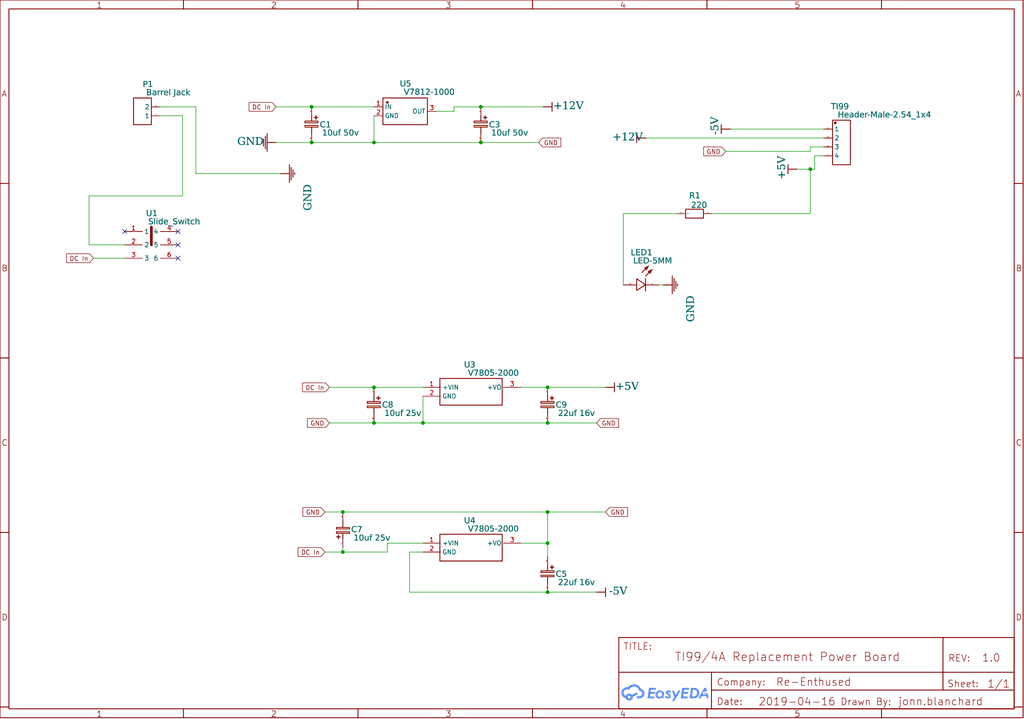
<source format=kicad_sch>
(kicad_sch (version 20231120) (generator "eeschema") (generator_version "7.99")
  (paper "User" 292.1 205.105)
  (lib_symbols
    (symbol "+12V" (power) (pin_numbers hide) (pin_names hide)
      (property "Value" "+12V" (at 0 3.81 0))
      (symbol "+12V_0_0"
        (pin power_in line (at 0 0 270) (length 0) (name "+12V") (number "1"))
      )
    )
    (symbol "+5V" (power) (pin_numbers hide) (pin_names hide)
      (property "Value" "+5V" (at 0 3.81 0))
      (symbol "+5V_0_0"
        (pin power_in line (at 0 0 270) (length 0) (name "+5V") (number "1"))
      )
    )
    (symbol "-5V" (power) (pin_numbers hide) (pin_names hide)
      (property "Value" "-5V" (at 0 3.81 0))
      (symbol "-5V_0_0"
        (pin power_in line (at 0 0 270) (length 0) (name "-5V") (number "1"))
      )
    )
    (symbol "CE_SMD_D8.0×H10.5_EU"
      (property "Reference" "C1" (at 2.3368 0.8255 0))
      (property "Value" "10uf 50v" (at 2.3368 -1.4351 0))
      (symbol "CE_SMD_D8.0×H10.5_EU_0_0"
        (pin unspecified line (at 0 5.08 270) (length 2.54) (name "1") (number "1"))
        (pin unspecified line (at 0 -5.08 90) (length 2.54) (name "2") (number "2"))
      )
    )
    (symbol "CE_SMD_D8.0×H10.5_EU_1"
      (property "Reference" "C3" (at 2.3368 0.8255 0))
      (property "Value" "10uf 50v" (at 2.3368 -1.4351 0))
      (symbol "CE_SMD_D8.0×H10.5_EU_1_0_0"
        (pin unspecified line (at 0 5.08 270) (length 2.54) (name "1") (number "1"))
        (pin unspecified line (at 0 -5.08 90) (length 2.54) (name "2") (number "2"))
      )
    )
    (symbol "CE_TH_D3.0×F1.5_EU"
      (property "Reference" "C9" (at 2.3368 0.9271 0))
      (property "Value" "22uf 16v" (at 2.3368 -1.4097 0))
      (symbol "CE_TH_D3.0×F1.5_EU_0_0"
        (pin unspecified line (at 0 5.08 270) (length 2.54) (name "1") (number "1"))
        (pin unspecified line (at 0 -5.08 90) (length 2.54) (name "2") (number "2"))
      )
    )
    (symbol "CE_TH_D3.0×F1.5_EU_1"
      (property "Reference" "C8" (at 2.3368 0.9271 0))
      (property "Value" "10uf 25v" (at 2.3368 -1.4097 0))
      (symbol "CE_TH_D3.0×F1.5_EU_1_0_0"
        (pin unspecified line (at 0 5.08 270) (length 2.54) (name "1") (number "1"))
        (pin unspecified line (at 0 -5.08 90) (length 2.54) (name "2") (number "2"))
      )
    )
    (symbol "CE_TH_D3.0×F1.5_EU_2"
      (property "Reference" "C5" (at 2.3368 0.9271 0))
      (property "Value" "22uf 16v" (at 2.3368 -1.4097 0))
      (symbol "CE_TH_D3.0×F1.5_EU_2_0_0"
        (pin unspecified line (at 0 5.08 270) (length 2.54) (name "1") (number "1"))
        (pin unspecified line (at 0 -5.08 90) (length 2.54) (name "2") (number "2"))
      )
    )
    (symbol "CE_TH_D3.0×F1.5_EU_3"
      (property "Reference" "C7" (at 2.413 0.9271 0))
      (property "Value" "10uf 25v" (at 2.413 -1.4097 0))
      (symbol "CE_TH_D3.0×F1.5_EU_3_0_0"
        (pin unspecified line (at 0 -5.08 90) (length 2.54) (name "1") (number "1"))
        (pin unspecified line (at 0 5.08 270) (length 2.54) (name "2") (number "2"))
      )
    )
    (symbol "GND" (power) (pin_numbers hide) (pin_names hide)
      (property "Value" "GND" (at 0 6.35 0))
      (symbol "GND_0_0"
        (pin power_in line (at 0 0 270) (length 0) (name "GND") (number "1"))
      )
    )
    (symbol "Res_2512(1W)_EU"
      (property "Reference" "R1" (at -1.4986 6.0071 0))
      (property "Value" "220" (at -1.27 3.3401 0))
      (symbol "Res_2512(1W)_EU_0_0"
        (pin unspecified line (at 5.08 0 180) (length 2.54) (name "1") (number "1"))
        (pin unspecified line (at -5.08 0 0) (length 2.54) (name "2") (number "2"))
      )
    )
    (symbol "Slide_Switch"
      (property "Reference" "U1" (at -1.4986 9.8171 0))
      (property "Value" "Slide_Switch" (at -1.4986 7.5311 0))
      (symbol "Slide_Switch_0_0"
        (pin unspecified line (at -7.62 3.81 0) (length 5.08) (name "1") (number "1"))
        (pin unspecified line (at -7.62 0 0) (length 5.08) (name "2") (number "2"))
        (pin unspecified line (at -7.62 -3.81 0) (length 5.08) (name "3") (number "3"))
        (pin unspecified line (at 7.62 3.81 180) (length 5.08) (name "4") (number "4"))
        (pin unspecified line (at 7.62 0 180) (length 5.08) (name "5") (number "5"))
        (pin unspecified line (at 7.62 -3.81 180) (length 5.08) (name "6") (number "6"))
      )
    )
    (symbol "Unknown_165_125"
      (property "Reference" "P1" (at -1.1938 8.5471 0))
      (property "Value" "Barrel Jack" (at -1.3208 6.2611 0))
      (symbol "Unknown_165_125_0_0"
        (pin input line (at 3.81 -1.27 180) (length 2.54) (name "1") (number "1"))
        (pin input line (at 3.81 1.27 180) (length 2.54) (name "2") (number "2"))
      )
    )
    (symbol "Unknown_574_403"
      (property "Reference" "." (at -0.508 107.6071 0))
      (property "Value" "NO" (at -0.508 104.8131 0))
      (symbol "Unknown_574_403_0_0"
        (text "1" (at -118.364 -100.2919 0) (effects (font (size 1.6891 1.6891)) (justify left top)))
        (text "1" (at -118.364 101.8921 0) (effects (font (size 1.6891 1.6891)) (justify left top)))
        (text "1.0" (at 134.2644 -83.9851 0) (effects (font (size 2.1717 2.1717)) (justify left top)))
        (text "1/1" (at 135.7884 -91.4019 0) (effects (font (size 2.1717 2.1717)) (justify left top)))
        (text "2" (at -68.58 -100.2919 0) (effects (font (size 1.6891 1.6891)) (justify left top)))
        (text "2" (at -68.58 101.8921 0) (effects (font (size 1.6891 1.6891)) (justify left top)))
        (text "2019-04-16" (at 70.5104 -96.4819 0) (effects (font (size 2.1717 2.1717)) (justify left top)))
        (text "3" (at -18.796 -100.2919 0) (effects (font (size 1.6891 1.6891)) (justify left top)))
        (text "3" (at -18.796 101.8921 0) (effects (font (size 1.6891 1.6891)) (justify left top)))
        (text "4" (at 30.988 -100.2919 0) (effects (font (size 1.6891 1.6891)) (justify left top)))
        (text "4" (at 30.988 101.8921 0) (effects (font (size 1.6891 1.6891)) (justify left top)))
        (text "5" (at 80.772 -100.2919 0) (effects (font (size 1.6891 1.6891)) (justify left top)))
        (text "5" (at 80.772 101.8921 0) (effects (font (size 1.6891 1.6891)) (justify left top)))
        (text "A" (at -145.415 76.6191 0) (effects (font (size 1.6891 1.6891)) (justify left top)))
        (text "A" (at 143.891 76.6191 0) (effects (font (size 1.6891 1.6891)) (justify left top)))
        (text "B" (at -145.415 26.8351 0) (effects (font (size 1.6891 1.6891)) (justify left top)))
        (text "B" (at 143.891 26.8351 0) (effects (font (size 1.6891 1.6891)) (justify left top)))
        (text "C" (at -145.415 -22.9489 0) (effects (font (size 1.6891 1.6891)) (justify left top)))
        (text "C" (at 143.891 -22.9489 0) (effects (font (size 1.6891 1.6891)) (justify left top)))
        (text "Company:" (at 58.5724 -91.0844 0) (effects (font (size 1.9304 1.9304)) (justify left top)))
        (text "D" (at -145.415 -72.7329 0) (effects (font (size 1.6891 1.6891)) (justify left top)))
        (text "D" (at 143.891 -72.7329 0) (effects (font (size 1.6891 1.6891)) (justify left top)))
        (text "Date:" (at 58.5724 -96.6216 0) (effects (font (size 1.9304 1.9304)) (justify left top)))
        (text "Drawn By:" (at 93.8784 -96.6724 0) (effects (font (size 1.9304 1.9304)) (justify left top)))
        (text "jonn.blanchard" (at 110.3884 -96.4311 0) (effects (font (size 2.1717 2.1717)) (justify left top)))
        (text "Re-Enthused" (at 75.4888 -90.8685 0) (effects (font (size 2.1717 2.1717)) (justify left top)))
        (text "REV:" (at 124.6124 -84.2264 0) (effects (font (size 1.9304 1.9304)) (justify left top)))
        (text "Sheet:" (at 124.3584 -91.5416 0) (effects (font (size 1.9304 1.9304)) (justify left top)))
        (text "TI99/4A Replacement Power Board" (at 46.6344 -83.566 0) (effects (font (size 2.413 2.413)) (justify left top)))
        (text "TITLE:" (at 31.9786 -80.8736 0) (effects (font (size 1.9304 1.9304)) (justify left top)))
      )
    )
    (symbol "Unknown_720_320"
      (property "Reference" "LED1" (at -2.9464 10.0711 0))
      (property "Value" "LED-5MM" (at -2.9464 7.7851 0))
      (symbol "Unknown_720_320_0_0"
        (pin unspecified line (at -5.08 0 0) (length 3.81) (name "+") (number "1"))
        (pin unspecified line (at 5.08 0 180) (length 3.81) (name "-") (number "2"))
      )
    )
    (symbol "Unknown_940_160"
      (property "Reference" "TI99" (at -1.7526 11.0871 0))
      (property "Value" "Header-Male-2.54_1x4" (at -1.7526 8.8011 0))
      (symbol "Unknown_940_160_0_0"
        (pin unspecified line (at -3.81 3.81 0) (length 2.54) (name "1") (number "1"))
        (pin unspecified line (at -3.81 1.27 0) (length 2.54) (name "2") (number "2"))
        (pin unspecified line (at -3.81 -1.27 0) (length 2.54) (name "3") (number "3"))
        (pin unspecified line (at -3.81 -3.81 0) (length 2.54) (name "4") (number "4"))
      )
    )
    (symbol "V7805-1000"
      (property "Reference" "U3" (at -1.9812 8.2931 0))
      (property "Value" "V7805-2000" (at -1.9812 6.0071 0))
      (symbol "V7805-1000_0_0"
        (pin bidirectional line (at -13.716 1.016 0) (length 4.9784) (name "+VIN") (number "1"))
        (pin bidirectional line (at -13.716 -1.524 0) (length 4.9784) (name "GND") (number "2"))
        (pin bidirectional line (at 14.224 1.016 180) (length 4.9784) (name "+VO") (number "3"))
      )
    )
    (symbol "V7805-1000_1"
      (property "Reference" "U4" (at -1.9812 8.2931 0))
      (property "Value" "V7805-2000" (at -1.9812 6.0071 0))
      (symbol "V7805-1000_1_0_0"
        (pin bidirectional line (at -13.716 1.016 0) (length 4.9784) (name "+VIN") (number "1"))
        (pin bidirectional line (at -13.716 -1.524 0) (length 4.9784) (name "GND") (number "2"))
        (pin bidirectional line (at 14.224 1.016 180) (length 4.9784) (name "+VO") (number "3"))
      )
    )
    (symbol "V7812W-500"
      (property "Reference" "U5" (at -1.4986 8.6995 0))
      (property "Value" "V7812-1000" (at -1.4986 6.3881 0))
      (symbol "V7812W-500_0_0"
        (pin unspecified line (at -8.89 1.27 0) (length 2.54) (name "IN") (number "1"))
        (pin unspecified line (at -8.89 -1.27 0) (length 2.54) (name "GND") (number "2"))
        (pin unspecified line (at 8.89 0 180) (length 2.54) (name "OUT") (number "3"))
      )
    )
  )
  (junction (at 106.68 40.64))
  (junction (at 156.21 154.94))
  (junction (at 120.65 120.65))
  (junction (at 137.16 40.64))
  (junction (at 97.79 146.05))
  (junction (at 88.9 30.48))
  (junction (at 156.21 120.65))
  (junction (at 156.21 168.91))
  (junction (at 106.68 110.49))
  (junction (at 231.14 48.26))
  (junction (at 97.79 157.48))
  (junction (at 156.21 110.49))
  (junction (at 88.9 40.64))
  (junction (at 137.16 30.48))
  (junction (at 106.68 120.65))
  (junction (at 156.21 146.05))
  (no_connect (at 50.8 73.66))
  (no_connect (at 50.8 66.04))
  (no_connect (at 50.8 69.85))
  (no_connect (at 35.56 66.04))
  (wire (pts (xy 116.84 168.91) (xy 156.21 168.91)))
  (wire (pts (xy 55.88 49.53) (xy 80.01 49.53)))
  (wire (pts (xy 129.54 30.48) (xy 129.54 31.75)))
  (wire (pts (xy 116.84 157.48) (xy 116.84 168.91)))
  (wire (pts (xy 227.33 48.26) (xy 231.14 48.26)))
  (wire (pts (xy 193.04 60.96) (xy 177.8 60.96)))
  (wire (pts (xy 231.14 41.91) (xy 234.95 41.91)))
  (wire (pts (xy 184.15 39.37) (xy 234.95 39.37)))
  (wire (pts (xy 148.59 110.49) (xy 156.21 110.49)))
  (wire (pts (xy 52.07 33.02) (xy 52.07 55.88)))
  (wire (pts (xy 232.41 44.45) (xy 234.95 44.45)))
  (wire (pts (xy 45.72 33.02) (xy 52.07 33.02)))
  (wire (pts (xy 106.68 40.64) (xy 137.16 40.64)))
  (wire (pts (xy 78.74 30.48) (xy 88.9 30.48)))
  (wire (pts (xy 156.21 154.94) (xy 156.21 146.05)))
  (wire (pts (xy 137.16 30.48) (xy 129.54 30.48)))
  (wire (pts (xy 156.21 120.65) (xy 120.65 120.65)))
  (wire (pts (xy 148.59 154.94) (xy 156.21 154.94)))
  (wire (pts (xy 106.68 110.49) (xy 120.65 110.49)))
  (wire (pts (xy 97.79 146.05) (xy 156.21 146.05)))
  (wire (pts (xy 231.14 48.26) (xy 232.41 48.26)))
  (wire (pts (xy 129.54 31.75) (xy 124.46 31.75)))
  (wire (pts (xy 231.14 60.96) (xy 231.14 48.26)))
  (wire (pts (xy 25.4 55.88) (xy 25.4 69.85)))
  (wire (pts (xy 25.4 69.85) (xy 35.56 69.85)))
  (wire (pts (xy 92.71 146.05) (xy 97.79 146.05)))
  (wire (pts (xy 156.21 110.49) (xy 172.72 110.49)))
  (wire (pts (xy 156.21 146.05) (xy 172.72 146.05)))
  (wire (pts (xy 170.18 120.65) (xy 156.21 120.65)))
  (wire (pts (xy 156.21 168.91) (xy 170.18 168.91)))
  (wire (pts (xy 106.68 33.02) (xy 106.68 40.64)))
  (wire (pts (xy 52.07 55.88) (xy 25.4 55.88)))
  (wire (pts (xy 203.2 60.96) (xy 231.14 60.96)))
  (wire (pts (xy 93.98 110.49) (xy 106.68 110.49)))
  (wire (pts (xy 156.21 158.75) (xy 156.21 154.94)))
  (wire (pts (xy 110.49 157.48) (xy 97.79 157.48)))
  (wire (pts (xy 120.65 113.03) (xy 120.65 120.65)))
  (wire (pts (xy 231.14 43.18) (xy 231.14 41.91)))
  (wire (pts (xy 110.49 154.94) (xy 110.49 157.48)))
  (wire (pts (xy 97.79 157.48) (xy 97.79 156.21)))
  (wire (pts (xy 120.65 154.94) (xy 110.49 154.94)))
  (wire (pts (xy 88.9 30.48) (xy 106.68 30.48)))
  (wire (pts (xy 232.41 48.26) (xy 232.41 44.45)))
  (wire (pts (xy 92.71 157.48) (xy 97.79 157.48)))
  (wire (pts (xy 45.72 30.48) (xy 55.88 30.48)))
  (wire (pts (xy 55.88 30.48) (xy 55.88 49.53)))
  (wire (pts (xy 177.8 60.96) (xy 177.8 81.28)))
  (wire (pts (xy 106.68 120.65) (xy 93.98 120.65)))
  (wire (pts (xy 187.96 81.28) (xy 189.23 81.28)))
  (wire (pts (xy 88.9 40.64) (xy 106.68 40.64)))
  (wire (pts (xy 120.65 120.65) (xy 106.68 120.65)))
  (wire (pts (xy 120.65 157.48) (xy 116.84 157.48)))
  (wire (pts (xy 137.16 40.64) (xy 153.67 40.64)))
  (wire (pts (xy 234.95 36.83) (xy 208.28 36.83)))
  (wire (pts (xy 78.74 40.64) (xy 88.9 40.64)))
  (wire (pts (xy 35.56 73.66) (xy 26.67 73.66)))
  (wire (pts (xy 154.94 30.48) (xy 137.16 30.48)))
  (wire (pts (xy 207.01 43.18) (xy 231.14 43.18)))
  (global_label "DC In" (shape input) (at 93.98 110.49 180) (property "Intersheetrefs" "${INTERSHEET_REFS}" (effects (hide yes))))
  (global_label "GND" (shape input) (at 207.01 43.18 180) (property "Intersheetrefs" "${INTERSHEET_REFS}" (effects (hide yes))))
  (global_label "GND" (shape input) (at 170.18 120.65 0) (property "Intersheetrefs" "${INTERSHEET_REFS}" (effects (hide yes))))
  (global_label "DC In" (shape input) (at 26.67 73.66 180) (property "Intersheetrefs" "${INTERSHEET_REFS}" (effects (hide yes))))
  (global_label "GND" (shape input) (at 93.98 120.65 180) (property "Intersheetrefs" "${INTERSHEET_REFS}" (effects (hide yes))))
  (global_label "GND" (shape input) (at 153.67 40.64 0) (property "Intersheetrefs" "${INTERSHEET_REFS}" (effects (hide yes))))
  (global_label "GND" (shape input) (at 172.72 146.05 0) (property "Intersheetrefs" "${INTERSHEET_REFS}" (effects (hide yes))))
  (global_label "GND" (shape input) (at 92.71 146.05 180) (property "Intersheetrefs" "${INTERSHEET_REFS}" (effects (hide yes))))
  (global_label "DC In" (shape input) (at 78.74 30.48 180) (property "Intersheetrefs" "${INTERSHEET_REFS}" (effects (hide yes))))
  (global_label "DC In" (shape input) (at 92.71 157.48 180) (property "Intersheetrefs" "${INTERSHEET_REFS}" (effects (hide yes))))
  (symbol (lib_id "CE_SMD_D8.0×H10.5_EU") (at 88.9 35.56 0) (unit 0)
    (property "Reference" "C1" (at 91.2368 34.7345 0) (effects (font (size 1.6891 1.6891)) (justify left top)))
    (property "Value" "10uf 50v" (at 91.2368 36.9951 0) (effects (font (size 1.6891 1.6891)) (justify left top)))
  )
  (symbol (lib_id "-5V") (at 208.28 36.83 270) (mirror x) (unit 0)
    (property "Reference" "#PWR?" (effects (hide yes)))
    (property "Value" "-5V" (at 205.232 39.37 180) (effects (font (size 2.1717 2.1717)) (justify right bottom)))
    (property "Description" "Power symbol creates a global label with name '-5V'" (effects (hide yes)))
  )
  (symbol (lib_id "+12V") (at 154.94 30.48 90) (mirror x) (unit 0)
    (property "Reference" "#PWR?" (effects (hide yes)))
    (property "Value" "+12V" (at 157.607 31.4706 -270) (effects (font (size 2.1717 2.1717)) (justify right bottom)))
    (property "Description" "Power symbol creates a global label with name '+12V'" (effects (hide yes)))
  )
  (symbol (lib_id "GND") (at 78.74 40.64 270) (unit 0)
    (property "Reference" "#PWR?" (effects (hide yes)))
    (property "Value" "GND" (at 67.945 41.656 -270) (effects (font (size 2.1717 2.1717)) (justify left bottom)))
    (property "Description" "Power symbol creates a global label with name 'GND'" (effects (hide yes)))
  )
  (symbol (lib_id "Unknown_720_320") (at 182.88 81.28 0) (unit 0)
    (property "Reference" "LED1" (at 179.9336 71.2089 0) (effects (font (size 1.6891 1.6891)) (justify left top)))
    (property "Value" "LED-5MM" (at 179.9336 73.4949 0) (effects (font (size 1.6891 1.6891)) (justify left top)))
  )
  (symbol (lib_id "GND") (at 80.01 49.53 90) (unit 0)
    (property "Reference" "#PWR?" (effects (hide yes)))
    (property "Value" "GND" (at 86.614 52.832 180) (effects (font (size 2.1717 2.1717)) (justify left bottom)))
    (property "Description" "Power symbol creates a global label with name 'GND'" (effects (hide yes)))
  )
  (symbol (lib_id "Slide_Switch") (at 43.18 69.85 0) (unit 0)
    (property "Reference" "U1" (at 41.6814 60.0329 0) (effects (font (size 1.6891 1.6891)) (justify left top)))
    (property "Value" "Slide_Switch" (at 41.6814 62.3189 0) (effects (font (size 1.6891 1.6891)) (justify left top)))
  )
  (symbol (lib_id "CE_TH_D3.0×F1.5_EU") (at 156.21 115.57 0) (unit 0)
    (property "Reference" "C9" (at 158.5468 114.6429 0) (effects (font (size 1.6891 1.6891)) (justify left top)))
    (property "Value" "22uf 16v" (at 158.5468 116.9797 0) (effects (font (size 1.6891 1.6891)) (justify left top)))
  )
  (symbol (lib_id "CE_TH_D3.0×F1.5_EU_3") (at 97.79 151.13 0) (unit 0)
    (property "Reference" "C7" (at 100.203 150.2029 0) (effects (font (size 1.6891 1.6891)) (justify left top)))
    (property "Value" "10uf 25v" (at 100.203 152.5397 0) (effects (font (size 1.6891 1.6891)) (justify left top)))
  )
  (symbol (lib_id "CE_SMD_D8.0×H10.5_EU_1") (at 137.16 35.56 0) (unit 0)
    (property "Reference" "C3" (at 139.4968 34.7345 0) (effects (font (size 1.6891 1.6891)) (justify left top)))
    (property "Value" "10uf 50v" (at 139.4968 36.9951 0) (effects (font (size 1.6891 1.6891)) (justify left top)))
  )
  (symbol (lib_id "Res_2512(1W)_EU") (at 198.12 60.96 0) (unit 0)
    (property "Reference" "R1" (at 196.6214 54.9529 0) (effects (font (size 1.6891 1.6891)) (justify left top)))
    (property "Value" "220" (at 196.85 57.6199 0) (effects (font (size 1.6891 1.6891)) (justify left top)))
  )
  (symbol (lib_id "V7805-1000_1") (at 134.366 155.956 0) (unit 0)
    (property "Reference" "U4" (at 132.3848 147.6629 0) (effects (font (size 1.6891 1.6891)) (justify left top)))
    (property "Value" "V7805-2000" (at 132.3848 149.9489 0) (effects (font (size 1.6891 1.6891)) (justify left top)))
  )
  (symbol (lib_id "+5V") (at 227.33 48.26 270) (mirror x) (unit 0)
    (property "Reference" "#PWR?" (effects (hide yes)))
    (property "Value" "+5V" (at 224.282 51.308 180) (effects (font (size 2.1717 2.1717)) (justify right bottom)))
    (property "Description" "Power symbol creates a global label with name '+5V'" (effects (hide yes)))
  )
  (symbol (lib_id "V7805-1000") (at 134.366 111.506 0) (unit 0)
    (property "Reference" "U3" (at 132.3848 103.2129 0) (effects (font (size 1.6891 1.6891)) (justify left top)))
    (property "Value" "V7805-2000" (at 132.3848 105.4989 0) (effects (font (size 1.6891 1.6891)) (justify left top)))
  )
  (symbol (lib_id "Unknown_165_125") (at 41.91 31.75 0) (unit 0)
    (property "Reference" "P1" (at 40.7162 23.2029 0) (effects (font (size 1.6891 1.6891)) (justify left top)))
    (property "Value" "Barrel Jack" (at 40.5892 25.4889 0) (effects (font (size 1.6891 1.6891)) (justify left top)))
  )
  (symbol (lib_id "Unknown_940_160") (at 238.76 40.64 0) (unit 0)
    (property "Reference" "TI99" (at 237.0074 29.5529 0) (effects (font (size 1.6891 1.6891)) (justify left top)))
    (property "Value" "Header-Male-2.54_1x4" (at 237.0074 31.8389 0) (effects (font (size 1.6891 1.6891)) (justify left top)))
  )
  (symbol (lib_id "-5V") (at 170.18 168.91 90) (mirror x) (unit 0)
    (property "Reference" "#PWR?" (effects (hide yes)))
    (property "Value" "-5V" (at 172.847 169.926 -270) (effects (font (size 2.1717 2.1717)) (justify right bottom)))
    (property "Description" "Power symbol creates a global label with name '-5V'" (effects (hide yes)))
  )
  (symbol (lib_id "+12V") (at 184.15 39.37 270) (mirror x) (unit 0)
    (property "Reference" "#PWR?" (effects (hide yes)))
    (property "Value" "+12V" (at 174.498 40.386 -90) (effects (font (size 2.1717 2.1717)) (justify right bottom)))
    (property "Description" "Power symbol creates a global label with name '+12V'" (effects (hide yes)))
  )
  (symbol (lib_id "GND") (at 189.23 81.28 90) (unit 0)
    (property "Reference" "#PWR?" (effects (hide yes)))
    (property "Value" "GND" (at 195.834 84.582 180) (effects (font (size 2.1717 2.1717)) (justify left bottom)))
    (property "Description" "Power symbol creates a global label with name 'GND'" (effects (hide yes)))
  )
  (symbol (lib_id "Unknown_574_403") (at 145.796 102.362 0) (unit 0)
    (property "Reference" "." (at 145.288 -5.2451 0) (effects (font (size 1.6891 1.6891)) (justify left top)))
    (property "Value" "NO" (at 145.288 -2.4511 0) (effects (font (size 1.6891 1.6891)) (justify left top)))
  )
  (symbol (lib_id "CE_TH_D3.0×F1.5_EU_1") (at 106.68 115.57 0) (unit 0)
    (property "Reference" "C8" (at 109.0168 114.6429 0) (effects (font (size 1.6891 1.6891)) (justify left top)))
    (property "Value" "10uf 25v" (at 109.0168 116.9797 0) (effects (font (size 1.6891 1.6891)) (justify left top)))
  )
  (symbol (lib_id "V7812W-500") (at 115.57 31.75 0) (unit 0)
    (property "Reference" "U5" (at 114.0714 23.0505 0) (effects (font (size 1.6891 1.6891)) (justify left top)))
    (property "Value" "V7812-1000" (at 114.0714 25.3619 0) (effects (font (size 1.6891 1.6891)) (justify left top)))
  )
  (symbol (lib_id "CE_TH_D3.0×F1.5_EU_2") (at 156.21 163.83 0) (unit 0)
    (property "Reference" "C5" (at 158.5468 162.9029 0) (effects (font (size 1.6891 1.6891)) (justify left top)))
    (property "Value" "22uf 16v" (at 158.5468 165.2397 0) (effects (font (size 1.6891 1.6891)) (justify left top)))
  )
  (symbol (lib_id "+5V") (at 172.72 110.49 90) (mirror x) (unit 0)
    (property "Reference" "#PWR?" (effects (hide yes)))
    (property "Value" "+5V" (at 175.387 111.506 -270) (effects (font (size 2.1717 2.1717)) (justify right bottom)))
    (property "Description" "Power symbol creates a global label with name '+5V'" (effects (hide yes)))
  )
)
</source>
